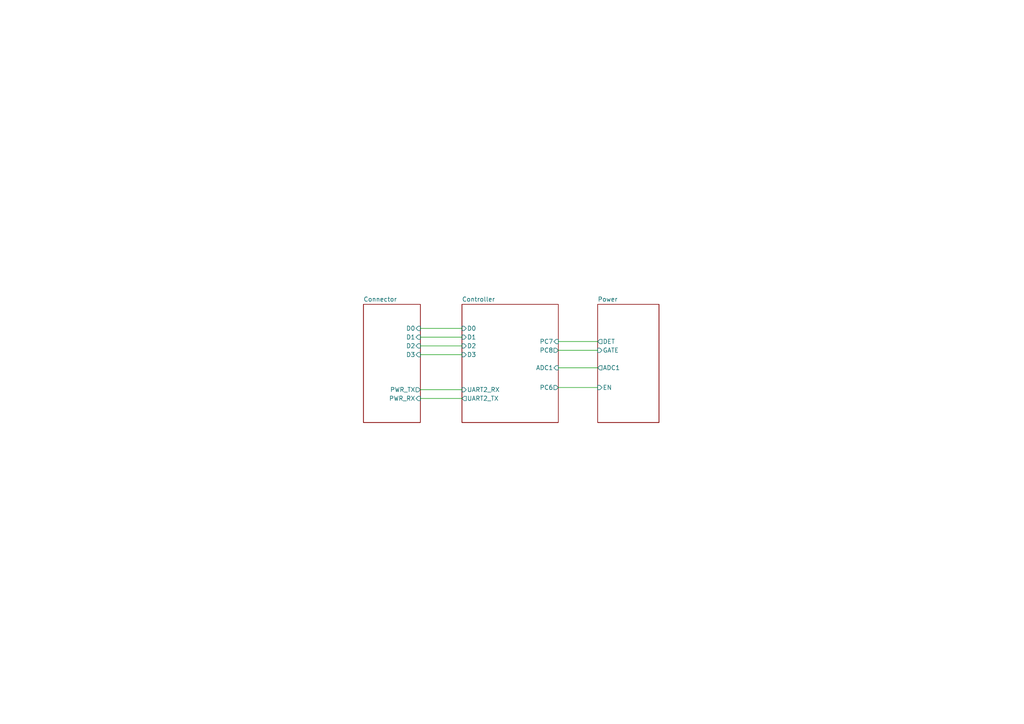
<source format=kicad_sch>
(kicad_sch (version 20211123) (generator eeschema)
  (paper "A4")
  (title_block (title "Power Board") (date "2022-07-19") (rev "1.2.2"))
  (lib_symbols)
  (wire (pts (xy 121.92 97.79) (xy 133.985 97.79)))
  (wire (pts (xy 161.925 106.68) (xy 173.355 106.68)))
  (wire (pts (xy 121.92 95.25) (xy 133.985 95.25)))
  (wire (pts (xy 121.92 102.87) (xy 133.985 102.87)))
  (wire (pts (xy 121.92 113.03) (xy 133.985 113.03)))
  (wire (pts (xy 161.925 99.06) (xy 173.355 99.06)))
  (wire (pts (xy 161.925 101.6) (xy 173.355 101.6)))
  (wire (pts (xy 121.92 115.57) (xy 133.985 115.57)))
  (wire (pts (xy 161.925 112.395) (xy 173.355 112.395)))
  (wire (pts (xy 121.92 100.33) (xy 133.985 100.33)))
  (sheet (at 105.41 88.265) (size 16.51 34.29) (stroke (width 0.1524))
    (property "Sheet name" "Connector" (at 105.41 87.5534 0) (effects (justify left bottom)))
    (property "Sheet file" "Connector.kicad_sch" (effects hide))
    (pin "PWR_RX" input (at 121.92 115.57 0))
    (pin "PWR_TX" output (at 121.92 113.03 0))
    (pin "D0" input (at 121.92 95.25 0))
    (pin "D1" input (at 121.92 97.79 0))
    (pin "D2" input (at 121.92 100.33 0))
    (pin "D3" input (at 121.92 102.87 0))
  )
  (sheet (at 133.985 88.265) (size 27.94 34.29) (stroke (width 0.1524))
    (property "Sheet name" "Controller" (at 133.985 87.5534 0) (effects (justify left bottom)))
    (property "Sheet file" "Controller.kicad_sch" (effects hide))
    (pin "UART2_RX" input (at 133.985 113.03 180))
    (pin "UART2_TX" output (at 133.985 115.57 180))
    (pin "D3" input (at 133.985 102.87 180))
    (pin "D2" input (at 133.985 100.33 180))
    (pin "D1" input (at 133.985 97.79 180))
    (pin "D0" input (at 133.985 95.25 180))
    (pin "ADC1" input (at 161.925 106.68 0))
    (pin "PC7" input (at 161.925 99.06 0))
    (pin "PC8" output (at 161.925 101.6 0))
    (pin "PC6" output (at 161.925 112.395 0))
  )
  (sheet (at 173.355 88.265) (size 17.78 34.29) (stroke (width 0.1524))
    (property "Sheet name" "Power" (at 173.355 87.5534 0) (effects (justify left bottom)))
    (property "Sheet file" "Power.kicad_sch" (effects hide))
    (pin "EN" input (at 173.355 112.395 180))
    (pin "ADC1" output (at 173.355 106.68 180))
    (pin "DET" output (at 173.355 99.06 180))
    (pin "GATE" input (at 173.355 101.6 180))
  )
)
</source>
